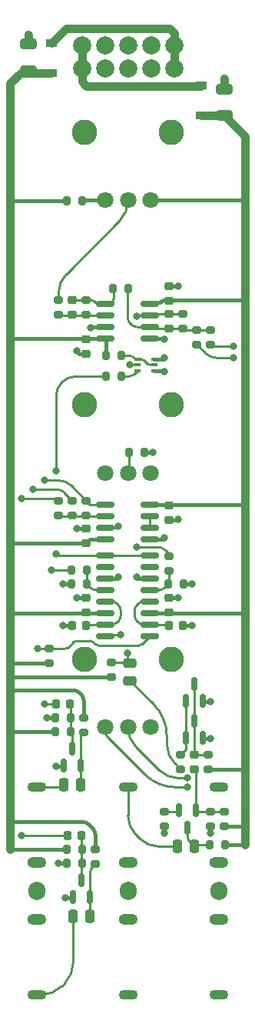
<source format=gbr>
G04 #@! TF.GenerationSoftware,KiCad,Pcbnew,(6.0.0)*
G04 #@! TF.CreationDate,2022-01-12T09:15:57-08:00*
G04 #@! TF.ProjectId,VCF,5643462e-6b69-4636-9164-5f7063625858,rev?*
G04 #@! TF.SameCoordinates,Original*
G04 #@! TF.FileFunction,Copper,L1,Top*
G04 #@! TF.FilePolarity,Positive*
%FSLAX46Y46*%
G04 Gerber Fmt 4.6, Leading zero omitted, Abs format (unit mm)*
G04 Created by KiCad (PCBNEW (6.0.0)) date 2022-01-12 09:15:57*
%MOMM*%
%LPD*%
G01*
G04 APERTURE LIST*
G04 Aperture macros list*
%AMRoundRect*
0 Rectangle with rounded corners*
0 $1 Rounding radius*
0 $2 $3 $4 $5 $6 $7 $8 $9 X,Y pos of 4 corners*
0 Add a 4 corners polygon primitive as box body*
4,1,4,$2,$3,$4,$5,$6,$7,$8,$9,$2,$3,0*
0 Add four circle primitives for the rounded corners*
1,1,$1+$1,$2,$3*
1,1,$1+$1,$4,$5*
1,1,$1+$1,$6,$7*
1,1,$1+$1,$8,$9*
0 Add four rect primitives between the rounded corners*
20,1,$1+$1,$2,$3,$4,$5,0*
20,1,$1+$1,$4,$5,$6,$7,0*
20,1,$1+$1,$6,$7,$8,$9,0*
20,1,$1+$1,$8,$9,$2,$3,0*%
G04 Aperture macros list end*
G04 #@! TA.AperFunction,SMDPad,CuDef*
%ADD10RoundRect,0.200000X-0.275000X0.200000X-0.275000X-0.200000X0.275000X-0.200000X0.275000X0.200000X0*%
G04 #@! TD*
G04 #@! TA.AperFunction,ComponentPad*
%ADD11C,2.000000*%
G04 #@! TD*
G04 #@! TA.AperFunction,SMDPad,CuDef*
%ADD12RoundRect,0.200000X-0.200000X-0.275000X0.200000X-0.275000X0.200000X0.275000X-0.200000X0.275000X0*%
G04 #@! TD*
G04 #@! TA.AperFunction,SMDPad,CuDef*
%ADD13RoundRect,0.225000X-0.250000X0.225000X-0.250000X-0.225000X0.250000X-0.225000X0.250000X0.225000X0*%
G04 #@! TD*
G04 #@! TA.AperFunction,SMDPad,CuDef*
%ADD14RoundRect,0.225000X0.250000X-0.225000X0.250000X0.225000X-0.250000X0.225000X-0.250000X-0.225000X0*%
G04 #@! TD*
G04 #@! TA.AperFunction,SMDPad,CuDef*
%ADD15R,1.200000X0.900000*%
G04 #@! TD*
G04 #@! TA.AperFunction,SMDPad,CuDef*
%ADD16RoundRect,0.200000X0.275000X-0.200000X0.275000X0.200000X-0.275000X0.200000X-0.275000X-0.200000X0*%
G04 #@! TD*
G04 #@! TA.AperFunction,SMDPad,CuDef*
%ADD17RoundRect,0.150000X-0.825000X-0.150000X0.825000X-0.150000X0.825000X0.150000X-0.825000X0.150000X0*%
G04 #@! TD*
G04 #@! TA.AperFunction,SMDPad,CuDef*
%ADD18RoundRect,0.200000X0.200000X0.275000X-0.200000X0.275000X-0.200000X-0.275000X0.200000X-0.275000X0*%
G04 #@! TD*
G04 #@! TA.AperFunction,SMDPad,CuDef*
%ADD19RoundRect,0.250000X-0.250000X-0.475000X0.250000X-0.475000X0.250000X0.475000X-0.250000X0.475000X0*%
G04 #@! TD*
G04 #@! TA.AperFunction,SMDPad,CuDef*
%ADD20RoundRect,0.150000X0.150000X-0.587500X0.150000X0.587500X-0.150000X0.587500X-0.150000X-0.587500X0*%
G04 #@! TD*
G04 #@! TA.AperFunction,SMDPad,CuDef*
%ADD21RoundRect,0.225000X0.225000X0.250000X-0.225000X0.250000X-0.225000X-0.250000X0.225000X-0.250000X0*%
G04 #@! TD*
G04 #@! TA.AperFunction,SMDPad,CuDef*
%ADD22RoundRect,0.250000X0.650000X-0.325000X0.650000X0.325000X-0.650000X0.325000X-0.650000X-0.325000X0*%
G04 #@! TD*
G04 #@! TA.AperFunction,SMDPad,CuDef*
%ADD23RoundRect,0.250000X-0.650000X0.325000X-0.650000X-0.325000X0.650000X-0.325000X0.650000X0.325000X0*%
G04 #@! TD*
G04 #@! TA.AperFunction,SMDPad,CuDef*
%ADD24RoundRect,0.250000X0.475000X-0.250000X0.475000X0.250000X-0.475000X0.250000X-0.475000X-0.250000X0*%
G04 #@! TD*
G04 #@! TA.AperFunction,SMDPad,CuDef*
%ADD25RoundRect,0.150000X-0.150000X0.587500X-0.150000X-0.587500X0.150000X-0.587500X0.150000X0.587500X0*%
G04 #@! TD*
G04 #@! TA.AperFunction,SMDPad,CuDef*
%ADD26RoundRect,0.225000X-0.225000X-0.250000X0.225000X-0.250000X0.225000X0.250000X-0.225000X0.250000X0*%
G04 #@! TD*
G04 #@! TA.AperFunction,SMDPad,CuDef*
%ADD27R,0.650000X0.400000*%
G04 #@! TD*
G04 #@! TA.AperFunction,ComponentPad*
%ADD28O,1.900000X2.000000*%
G04 #@! TD*
G04 #@! TA.AperFunction,ComponentPad*
%ADD29O,2.100000X1.100000*%
G04 #@! TD*
G04 #@! TA.AperFunction,ComponentPad*
%ADD30O,2.100000X1.200000*%
G04 #@! TD*
G04 #@! TA.AperFunction,ComponentPad*
%ADD31C,2.800000*%
G04 #@! TD*
G04 #@! TA.AperFunction,ComponentPad*
%ADD32C,1.800000*%
G04 #@! TD*
G04 #@! TA.AperFunction,ViaPad*
%ADD33C,0.900000*%
G04 #@! TD*
G04 #@! TA.AperFunction,ViaPad*
%ADD34C,0.800000*%
G04 #@! TD*
G04 #@! TA.AperFunction,Conductor*
%ADD35C,0.250000*%
G04 #@! TD*
G04 #@! TA.AperFunction,Conductor*
%ADD36C,0.400000*%
G04 #@! TD*
G04 #@! TA.AperFunction,Conductor*
%ADD37C,0.900000*%
G04 #@! TD*
G04 APERTURE END LIST*
D10*
X9398000Y78549000D03*
X9398000Y76899000D03*
D11*
X19080000Y106520000D03*
X19080000Y103980000D03*
X16540000Y106520000D03*
X16540000Y103980000D03*
X14000000Y106520000D03*
X14000000Y103980000D03*
X11460000Y106520000D03*
X11460000Y103980000D03*
X8920000Y106520000D03*
X8920000Y103980000D03*
D12*
X14161000Y61722000D03*
X15811000Y61722000D03*
D13*
X18542000Y76975000D03*
X18542000Y75425000D03*
D14*
X21336000Y26911000D03*
X21336000Y28461000D03*
D10*
X23114000Y75247000D03*
X23114000Y73597000D03*
D12*
X6033000Y32512000D03*
X7683000Y32512000D03*
D10*
X19812000Y28511000D03*
X19812000Y26861000D03*
D15*
X22098000Y98808000D03*
X22098000Y102108000D03*
D16*
X10414000Y16447000D03*
X10414000Y18097000D03*
D17*
X11495000Y50419000D03*
X11495000Y49149000D03*
X11495000Y47879000D03*
X11495000Y46609000D03*
X11495000Y45339000D03*
X11495000Y44069000D03*
X11495000Y42799000D03*
X11495000Y41529000D03*
X16445000Y41529000D03*
X16445000Y42799000D03*
X16445000Y44069000D03*
X16445000Y45339000D03*
X16445000Y46609000D03*
X16445000Y47879000D03*
X16445000Y49149000D03*
X16445000Y50419000D03*
D18*
X9461000Y47244000D03*
X7811000Y47244000D03*
D19*
X6924000Y25146000D03*
X8824000Y25146000D03*
X19436000Y18366500D03*
X21336000Y18366500D03*
D18*
X13271000Y72390000D03*
X11621000Y72390000D03*
D16*
X7874000Y54801000D03*
X7874000Y56451000D03*
D13*
X7874000Y78499000D03*
X7874000Y76949000D03*
D14*
X18542000Y78473000D03*
X18542000Y80023000D03*
D17*
X16445000Y56007000D03*
X16445000Y54737000D03*
X16445000Y53467000D03*
X16445000Y52197000D03*
X11495000Y52197000D03*
X11495000Y53467000D03*
X11495000Y54737000D03*
X11495000Y56007000D03*
D18*
X13271000Y70104000D03*
X11621000Y70104000D03*
D20*
X20386000Y30304500D03*
X22286000Y30304500D03*
X21336000Y32179500D03*
D18*
X14033000Y79756000D03*
X12383000Y79756000D03*
D16*
X21590000Y73597000D03*
X21590000Y75247000D03*
X24638000Y20589500D03*
X24638000Y22239500D03*
D21*
X20079000Y42672000D03*
X18529000Y42672000D03*
D16*
X6350000Y54801000D03*
X6350000Y56451000D03*
D21*
X8903000Y19558000D03*
X7353000Y19558000D03*
D17*
X16445000Y78105000D03*
X16445000Y76835000D03*
X16445000Y75565000D03*
X16445000Y74295000D03*
X11495000Y74295000D03*
X11495000Y75565000D03*
X11495000Y76835000D03*
X11495000Y78105000D03*
D18*
X7683000Y30988000D03*
X6033000Y30988000D03*
D22*
X24638000Y98806000D03*
X24638000Y101756000D03*
D10*
X9398000Y56451000D03*
X9398000Y54801000D03*
D12*
X18479000Y47244000D03*
X20129000Y47244000D03*
D21*
X6083000Y34036000D03*
X7633000Y34036000D03*
D10*
X18542000Y50355000D03*
X18542000Y48705000D03*
D20*
X7940000Y12778500D03*
X9840000Y12778500D03*
X8890000Y14653500D03*
D13*
X9398000Y53353000D03*
X9398000Y51803000D03*
D20*
X20386000Y34368500D03*
X22286000Y34368500D03*
X21336000Y36243500D03*
D23*
X3048000Y106680000D03*
X3048000Y103730000D03*
D14*
X9398000Y72631000D03*
X9398000Y74181000D03*
D18*
X23051000Y18542000D03*
X24701000Y18542000D03*
D24*
X14224000Y36642000D03*
X14224000Y38542000D03*
D16*
X12192000Y37021000D03*
X12192000Y38671000D03*
D25*
X21524000Y22352000D03*
X19624000Y22352000D03*
X20574000Y20477000D03*
D16*
X22860000Y28511000D03*
X22860000Y26861000D03*
D13*
X9398000Y45733000D03*
X9398000Y44183000D03*
D10*
X20066000Y77025000D03*
X20066000Y75375000D03*
D26*
X7861000Y42672000D03*
X9411000Y42672000D03*
D19*
X7940000Y10668000D03*
X9840000Y10668000D03*
D16*
X9144000Y30925000D03*
X9144000Y32575000D03*
D15*
X5588000Y106806000D03*
X5588000Y103506000D03*
D18*
X8953000Y18034000D03*
X7303000Y18034000D03*
D14*
X18542000Y44183000D03*
X18542000Y45733000D03*
D10*
X23114000Y20589500D03*
X23114000Y22239500D03*
D12*
X7303000Y16510000D03*
X8953000Y16510000D03*
D13*
X18542000Y55893000D03*
X18542000Y54343000D03*
D10*
X18034000Y22239500D03*
X18034000Y20589500D03*
D16*
X6350000Y76899000D03*
X6350000Y78549000D03*
D27*
X15052000Y72024000D03*
X15052000Y71374000D03*
X15052000Y70724000D03*
X16952000Y70724000D03*
X16952000Y71374000D03*
X16952000Y72024000D03*
D20*
X6924000Y27256500D03*
X8824000Y27256500D03*
X7874000Y29131500D03*
D12*
X7811000Y48768000D03*
X9461000Y48768000D03*
X7303000Y89408000D03*
X8953000Y89408000D03*
D16*
X5334000Y38545000D03*
X5334000Y40195000D03*
D28*
X24000000Y13500500D03*
D29*
X24000000Y2080000D03*
D30*
X24000000Y10380000D03*
D28*
X24000000Y13499500D03*
D29*
X24000000Y24920000D03*
D30*
X24000000Y16620000D03*
D28*
X14000000Y13500500D03*
D29*
X14000000Y2080000D03*
D30*
X14000000Y10380000D03*
X4000000Y16620000D03*
D29*
X4000000Y24920000D03*
D28*
X4000000Y13499500D03*
X4000000Y13500500D03*
D29*
X4000000Y2080000D03*
D30*
X4000000Y10380000D03*
D31*
X18800000Y96998000D03*
X9200000Y96998000D03*
D32*
X16500000Y89498000D03*
X14000000Y89498000D03*
X11500000Y89498000D03*
D28*
X14000000Y13499500D03*
D29*
X14000000Y24920000D03*
D30*
X14000000Y16620000D03*
D32*
X11500000Y31498000D03*
X14000000Y31498000D03*
X16500000Y31498000D03*
D31*
X18800000Y38998000D03*
X9200000Y38998000D03*
D32*
X11500000Y59475500D03*
X14000000Y59475500D03*
X16500000Y59475500D03*
D31*
X9200000Y66975500D03*
X18800000Y66975500D03*
D33*
X3048000Y107696000D03*
X24638000Y102870000D03*
D34*
X6096000Y27178000D03*
X7112000Y12700000D03*
X6350000Y16510000D03*
X2286000Y19558000D03*
X5080000Y32512000D03*
X4826000Y34036000D03*
X4064000Y40132000D03*
X5588000Y48768000D03*
X25654000Y73406000D03*
X25654000Y72136000D03*
X20574000Y25908000D03*
X20574000Y24892000D03*
X18034000Y19812000D03*
X23114000Y19812000D03*
X13970000Y39624000D03*
X23114000Y30226000D03*
X23114000Y34290000D03*
X16764000Y61722000D03*
X18034000Y52324000D03*
X8382000Y53340000D03*
X9906000Y75438000D03*
X6858000Y47244000D03*
X18034000Y70612000D03*
X6858000Y42672000D03*
X18034000Y72136000D03*
X21082000Y47244000D03*
X8382000Y45720000D03*
X8382000Y72898000D03*
X18034000Y74168000D03*
X19558000Y80010000D03*
X19558000Y54356000D03*
X19558000Y45720000D03*
X14986000Y48006000D03*
X21082000Y42672000D03*
X12954000Y48006000D03*
X2286000Y56642000D03*
X12954000Y53594000D03*
X6096000Y50546000D03*
X6096000Y59690000D03*
X3556000Y57658000D03*
X4826000Y58674000D03*
X13208000Y41656000D03*
X14986000Y51308000D03*
X14986000Y76708000D03*
X14224000Y71374000D03*
D35*
X10132893Y16165893D02*
G75*
G03*
X9840000Y15458786I707106J-707106D01*
G01*
X20574001Y19542714D02*
G75*
G03*
X20866894Y18835608I999993J-3D01*
G01*
X8194427Y70103999D02*
G75*
G03*
X6780215Y69518213I0J-1999999D01*
G01*
X6096001Y68005573D02*
G75*
G02*
X6681788Y69419786I1999999J0D01*
G01*
X14000000Y89410641D02*
G75*
G02*
X13121321Y87289321I-2999998J-1D01*
G01*
X6350001Y79275359D02*
G75*
G02*
X7228681Y81396679I2999993J3D01*
G01*
X7228680Y81396680D02*
X13121321Y87289321D01*
X6350000Y78549000D02*
X6350000Y79275359D01*
X14000000Y89410641D02*
X14000000Y89498000D01*
X13970001Y76614214D02*
G75*
G03*
X14262894Y75907108I999993J-3D01*
G01*
X15019214Y75565001D02*
G75*
G02*
X14312108Y75857894I-3J999993D01*
G01*
X9889893Y78548999D02*
G75*
G02*
X10243446Y78402554I0J-500001D01*
G01*
X10748107Y78105000D02*
G75*
G02*
X10394553Y78251447I-1J499997D01*
G01*
X12211447Y78251447D02*
G75*
G02*
X11857893Y78105000I-353553J353550D01*
G01*
X12299554Y78339554D02*
G75*
G03*
X12446000Y78693107I-353556J353553D01*
G01*
D36*
X17191893Y78105000D02*
G75*
G03*
X17545447Y78251447I1J499997D01*
G01*
X17633554Y78339554D02*
G75*
G02*
X17987107Y78486000I353553J-353556D01*
G01*
D35*
X23879427Y72136001D02*
G75*
G02*
X22465214Y72721788I0J1999999D01*
G01*
X14017786Y70104001D02*
G75*
G03*
X14724892Y70396894I3J999993D01*
G01*
X14770893Y72097107D02*
G75*
G03*
X14063786Y72390000I-707106J-707106D01*
G01*
X15752446Y71877554D02*
G75*
G03*
X15398893Y72024000I-353553J-353556D01*
G01*
X16109553Y71520447D02*
G75*
G03*
X16463107Y71374000I353553J353550D01*
G01*
X18072893Y51015107D02*
G75*
G03*
X17365786Y51308000I-707106J-707106D01*
G01*
X18136893Y46901893D02*
G75*
G02*
X17429786Y46609000I-707106J707106D01*
G01*
X9803107Y46901893D02*
G75*
G03*
X10510214Y46609000I707106J707106D01*
G01*
X14732001Y43848214D02*
G75*
G03*
X15024894Y43141108I999993J-3D01*
G01*
X15781214Y42799001D02*
G75*
G02*
X15074108Y43091894I-3J999993D01*
G01*
X14732001Y44289786D02*
G75*
G02*
X15024894Y44996892I999993J3D01*
G01*
X15074107Y45046107D02*
G75*
G02*
X15781214Y45339000I707106J-707106D01*
G01*
X12158786Y45338999D02*
G75*
G02*
X12865892Y45046106I3J-999993D01*
G01*
X12915107Y44996893D02*
G75*
G02*
X13208000Y44289786I-707106J-707106D01*
G01*
X12915107Y43141107D02*
G75*
G03*
X13208000Y43848214I-707106J707106D01*
G01*
X12865893Y43091893D02*
G75*
G02*
X12158786Y42799000I-707106J707106D01*
G01*
X7385446Y40278446D02*
G75*
G02*
X7031893Y40132000I-353553J353556D01*
G01*
X5271000Y40132000D02*
X5334000Y40195000D01*
X4064000Y40132000D02*
X5271000Y40132000D01*
X5397000Y40132000D02*
X5334000Y40195000D01*
X7031893Y40132000D02*
X5397000Y40132000D01*
X7981554Y40874554D02*
X7385446Y40278446D01*
X10394554Y40659446D02*
X10179447Y40874553D01*
X9825893Y41021000D02*
X8335107Y41021000D01*
X16445000Y41529000D02*
X15575447Y40659447D01*
X7981554Y40874554D02*
G75*
G02*
X8335107Y41021000I353553J-353556D01*
G01*
X9825893Y41021000D02*
G75*
G02*
X10179447Y40874553I1J-499997D01*
G01*
X15221893Y40513000D02*
X10748107Y40513000D01*
X15221893Y40513000D02*
G75*
G03*
X15575447Y40659447I1J499997D01*
G01*
X10394554Y40659446D02*
G75*
G03*
X10748107Y40513000I353553J353556D01*
G01*
D36*
X7967786Y35559999D02*
G75*
G02*
X8674892Y35267106I3J-999993D01*
G01*
X9143999Y34383786D02*
G75*
G03*
X8851106Y35090892I-999993J3D01*
G01*
X10121107Y20358893D02*
G75*
G02*
X10414000Y19651786I-707106J-707106D01*
G01*
X9690893Y20789107D02*
G75*
G03*
X8983786Y21082000I-707106J-707106D01*
G01*
D35*
X18288000Y30506932D02*
G75*
G03*
X16823534Y34042466I-4999998J1D01*
G01*
X19166679Y27506321D02*
G75*
G02*
X18288000Y29627641I2121319J2121319D01*
G01*
X16823534Y34042466D02*
X14224000Y36642000D01*
X19812000Y26861000D02*
X19166679Y27506321D01*
X18288000Y29627641D02*
X18288000Y30506932D01*
X11500001Y31078214D02*
G75*
G03*
X11792894Y30371108I999993J-3D01*
G01*
X15807534Y26356466D02*
G75*
G03*
X19343068Y24892000I3535533J3535532D01*
G01*
X11500000Y31078214D02*
X11500000Y31498000D01*
X15807534Y26356466D02*
X11792893Y30371107D01*
X20574000Y24892000D02*
X19343068Y24892000D01*
X17438528Y26786680D02*
G75*
G03*
X19559849Y25908000I2121323J2121325D01*
G01*
X14878679Y29346529D02*
G75*
G02*
X14000000Y31467849I2121319J2121319D01*
G01*
X14000000Y31467849D02*
X14000000Y31498000D01*
X20574000Y25908000D02*
X19559849Y25908000D01*
X17438528Y26786680D02*
X14878679Y29346529D01*
X15298820Y19245180D02*
G75*
G03*
X17420141Y18366500I2121323J2121325D01*
G01*
X14878679Y19665321D02*
G75*
G02*
X14000000Y21786641I2121319J2121319D01*
G01*
X14000000Y21786641D02*
X14000000Y24920000D01*
X15298820Y19245180D02*
X14878679Y19665321D01*
X19436000Y18366500D02*
X17420141Y18366500D01*
X7940000Y5494641D02*
G75*
G02*
X7061321Y3373321I-2999998J-1D01*
G01*
X4525359Y2080001D02*
G75*
G03*
X6646679Y2958681I3J2999993D01*
G01*
X4000000Y2080000D02*
X4525359Y2080000D01*
X6646680Y2958680D02*
X7061321Y3373321D01*
X7940000Y5494641D02*
X7940000Y10668000D01*
X6346573Y58673999D02*
G75*
G02*
X7760786Y58088212I0J-1999999D01*
G01*
X6959893Y57365107D02*
G75*
G03*
X6252786Y57658000I-707106J-707106D01*
G01*
X7683000Y33986000D02*
X7633000Y34036000D01*
X7683000Y32512000D02*
X7683000Y33986000D01*
X7683000Y30988000D02*
X7683000Y32512000D01*
X7874000Y30797000D02*
X7683000Y30988000D01*
X7874000Y29131500D02*
X7874000Y30797000D01*
X20016000Y76975000D02*
X20066000Y77025000D01*
X18542000Y76975000D02*
X20016000Y76975000D01*
X21590000Y75247000D02*
X23114000Y75247000D01*
X21590000Y75247000D02*
X20194000Y75247000D01*
X20194000Y75247000D02*
X20066000Y75375000D01*
X20016000Y75425000D02*
X20066000Y75375000D01*
X18542000Y75425000D02*
X20016000Y75425000D01*
X16585000Y75425000D02*
X16445000Y75565000D01*
X18542000Y75425000D02*
X16585000Y75425000D01*
X16585000Y76975000D02*
X16445000Y76835000D01*
X18542000Y76975000D02*
X16585000Y76975000D01*
D37*
X3048000Y106680000D02*
X3048000Y107696000D01*
X24638000Y101756000D02*
X24638000Y102870000D01*
D36*
X6845500Y27178000D02*
X6096000Y27178000D01*
X6924000Y27256500D02*
X6845500Y27178000D01*
X7940000Y12778500D02*
X7861500Y12700000D01*
X7861500Y12700000D02*
X7112000Y12700000D01*
D35*
X9840000Y10668000D02*
X9840000Y12778500D01*
X10132893Y16165893D02*
X10414000Y16447000D01*
X9840000Y12778500D02*
X9840000Y15458786D01*
X8890000Y19545000D02*
X8903000Y19558000D01*
X8890000Y14653500D02*
X8890000Y19545000D01*
D36*
X7303000Y16510000D02*
X6350000Y16510000D01*
D37*
X1016000Y20828000D02*
X1016000Y18034000D01*
D36*
X7303000Y18034000D02*
X1016000Y18034000D01*
D37*
X1016000Y30734000D02*
X1016000Y20828000D01*
D36*
X10121107Y20358893D02*
X9690893Y20789107D01*
X10414000Y18097000D02*
X10414000Y19651786D01*
X8983786Y21082000D02*
X1270000Y21082000D01*
X1270000Y21082000D02*
X1016000Y20828000D01*
D35*
X7353000Y19558000D02*
X2286000Y19558000D01*
D36*
X6033000Y32512000D02*
X5080000Y32512000D01*
X6033000Y30988000D02*
X1270000Y30988000D01*
X1270000Y30988000D02*
X1016000Y30734000D01*
D37*
X1016000Y35306000D02*
X1016000Y30734000D01*
D35*
X6698000Y24920000D02*
X4000000Y24920000D01*
X6924000Y25146000D02*
X6698000Y24920000D01*
X8824000Y30605000D02*
X9144000Y30925000D01*
X8824000Y27256500D02*
X8824000Y30605000D01*
X8824000Y27256500D02*
X8824000Y25146000D01*
D36*
X5334000Y38545000D02*
X1207000Y38545000D01*
X1207000Y38545000D02*
X1016000Y38354000D01*
X12192000Y37021000D02*
X1079000Y37021000D01*
D37*
X1016000Y37084000D02*
X1016000Y35306000D01*
D36*
X1079000Y37021000D02*
X1016000Y37084000D01*
X7967786Y35560000D02*
X1270000Y35560000D01*
X8851107Y35090893D02*
X8674893Y35267107D01*
X1270000Y35560000D02*
X1016000Y35306000D01*
X9144000Y32575000D02*
X9144000Y34383786D01*
D35*
X4826000Y34036000D02*
X6083000Y34036000D01*
X7811000Y48768000D02*
X5588000Y48768000D01*
X23305000Y73406000D02*
X25654000Y73406000D01*
X23114000Y73597000D02*
X23305000Y73406000D01*
X22465213Y72721787D02*
X21590000Y73597000D01*
X25654000Y72136000D02*
X23879427Y72136000D01*
X21524000Y22352000D02*
X21524000Y26723000D01*
X21524000Y26723000D02*
X21336000Y26911000D01*
X18034000Y22239500D02*
X19511500Y22239500D01*
X19511500Y22239500D02*
X19624000Y22352000D01*
D36*
X24701000Y18542000D02*
X26924000Y18542000D01*
D37*
X26924000Y20574000D02*
X26924000Y18542000D01*
D36*
X24638000Y20589500D02*
X26908500Y20589500D01*
D37*
X26924000Y27178000D02*
X26924000Y20574000D01*
D36*
X26908500Y20589500D02*
X26924000Y20574000D01*
D35*
X23114000Y22239500D02*
X21636500Y22239500D01*
X21636500Y22239500D02*
X21524000Y22352000D01*
X24638000Y22239500D02*
X23114000Y22239500D01*
X20866893Y18835607D02*
X21336000Y18366500D01*
X20574000Y20477000D02*
X20574000Y19542714D01*
X23051000Y18542000D02*
X21511500Y18542000D01*
X21511500Y18542000D02*
X21336000Y18366500D01*
D36*
X18034000Y20589500D02*
X18034000Y19812000D01*
X23114000Y20589500D02*
X23114000Y19812000D01*
X26607000Y26861000D02*
X26924000Y27178000D01*
X22860000Y26861000D02*
X26607000Y26861000D01*
D37*
X26924000Y44196000D02*
X26924000Y27178000D01*
D35*
X20386000Y29085000D02*
X19812000Y28511000D01*
X20386000Y30304500D02*
X20386000Y29085000D01*
X21336000Y28461000D02*
X22810000Y28461000D01*
X22810000Y28461000D02*
X22860000Y28511000D01*
X21336000Y32179500D02*
X21336000Y28461000D01*
X12192000Y38671000D02*
X14095000Y38671000D01*
X13970000Y38796000D02*
X14224000Y38542000D01*
X13970000Y39624000D02*
X13970000Y38796000D01*
D36*
X22364500Y30226000D02*
X23114000Y30226000D01*
X22286000Y30304500D02*
X22364500Y30226000D01*
X22364500Y34290000D02*
X23114000Y34290000D01*
X22286000Y34368500D02*
X22364500Y34290000D01*
D35*
X20386000Y34368500D02*
X20386000Y30304500D01*
X21336000Y36243500D02*
X21336000Y32179500D01*
D36*
X20129000Y47244000D02*
X21082000Y47244000D01*
X10033000Y75565000D02*
X9906000Y75438000D01*
X8649000Y72631000D02*
X8382000Y72898000D01*
X18542000Y80023000D02*
X19545000Y80023000D01*
X7811000Y47244000D02*
X6858000Y47244000D01*
X16445000Y52197000D02*
X17907000Y52197000D01*
X17922000Y72024000D02*
X18034000Y72136000D01*
X11495000Y75565000D02*
X10033000Y75565000D01*
X17907000Y74295000D02*
X18034000Y74168000D01*
X16445000Y74295000D02*
X17907000Y74295000D01*
X17922000Y70724000D02*
X18034000Y70612000D01*
X20079000Y42672000D02*
X21082000Y42672000D01*
X17907000Y52197000D02*
X18034000Y52324000D01*
X15811000Y61722000D02*
X16764000Y61722000D01*
X8395000Y45733000D02*
X8382000Y45720000D01*
X18542000Y45733000D02*
X19545000Y45733000D01*
X15113000Y47879000D02*
X14986000Y48006000D01*
X8395000Y53353000D02*
X8382000Y53340000D01*
X9398000Y72631000D02*
X8649000Y72631000D01*
X18542000Y54343000D02*
X19545000Y54343000D01*
X12827000Y47879000D02*
X12954000Y48006000D01*
X9398000Y53353000D02*
X8395000Y53353000D01*
X9398000Y45733000D02*
X8395000Y45733000D01*
X16445000Y47879000D02*
X15113000Y47879000D01*
X11495000Y47879000D02*
X12827000Y47879000D01*
X19545000Y54343000D02*
X19558000Y54356000D01*
X19545000Y80023000D02*
X19558000Y80010000D01*
X7861000Y42672000D02*
X6858000Y42672000D01*
X16952000Y72024000D02*
X17922000Y72024000D01*
X19545000Y45733000D02*
X19558000Y45720000D01*
X16952000Y70724000D02*
X17922000Y70724000D01*
X16445000Y44069000D02*
X26797000Y44069000D01*
X26797000Y44069000D02*
X26924000Y44196000D01*
D37*
X26924000Y78486000D02*
X26924000Y55880000D01*
X24638000Y98806000D02*
X26924000Y96520000D01*
X26924000Y55880000D02*
X26924000Y44196000D01*
D36*
X26797000Y56007000D02*
X26924000Y55880000D01*
X16500000Y89498000D02*
X26834000Y89498000D01*
X16445000Y56007000D02*
X26797000Y56007000D01*
D37*
X22098000Y98808000D02*
X24636000Y98808000D01*
D36*
X17545447Y78251447D02*
X17633554Y78339554D01*
D37*
X26924000Y96520000D02*
X26924000Y89408000D01*
X26924000Y89408000D02*
X26924000Y78486000D01*
D36*
X16445000Y78105000D02*
X17191893Y78105000D01*
X17987107Y78486000D02*
X26924000Y78486000D01*
D37*
X24636000Y98808000D02*
X24638000Y98806000D01*
D36*
X26834000Y89498000D02*
X26924000Y89408000D01*
X9398000Y51803000D02*
X1029000Y51803000D01*
X11495000Y74295000D02*
X1143000Y74295000D01*
D37*
X1016000Y89154000D02*
X1016000Y74168000D01*
D36*
X9792000Y52197000D02*
X11495000Y52197000D01*
D37*
X1016000Y51816000D02*
X1016000Y37084000D01*
D36*
X1397000Y44069000D02*
X11495000Y44069000D01*
X1029000Y51803000D02*
X1016000Y51816000D01*
D37*
X1016000Y102362000D02*
X1016000Y89154000D01*
D36*
X1143000Y74295000D02*
X1016000Y74168000D01*
X7303000Y89408000D02*
X1270000Y89408000D01*
X9398000Y51803000D02*
X9792000Y52197000D01*
X11621000Y74169000D02*
X11495000Y74295000D01*
X11621000Y72390000D02*
X11621000Y74169000D01*
D37*
X5588000Y103506000D02*
X2160000Y103506000D01*
X1016000Y74168000D02*
X1016000Y51816000D01*
D36*
X1270000Y89408000D02*
X1016000Y89154000D01*
D37*
X2160000Y103506000D02*
X1016000Y102362000D01*
X9405298Y102080489D02*
X8920000Y102565787D01*
X22098000Y102108000D02*
X22070489Y102080489D01*
X22070489Y102080489D02*
X9405298Y102080489D01*
X8920000Y103980000D02*
X8920000Y106520000D01*
X8920000Y102565787D02*
X8920000Y103980000D01*
D35*
X6350000Y56451000D02*
X6159000Y56642000D01*
X6159000Y56642000D02*
X2286000Y56642000D01*
X11495000Y78105000D02*
X11857893Y78105000D01*
X12446000Y79693000D02*
X12383000Y79756000D01*
X12211447Y78251447D02*
X12299554Y78339554D01*
X10394553Y78251447D02*
X10243446Y78402554D01*
X7874000Y78499000D02*
X9348000Y78499000D01*
X12446000Y78693107D02*
X12446000Y79693000D01*
X9348000Y78499000D02*
X9398000Y78549000D01*
X9889893Y78549000D02*
X9398000Y78549000D01*
X11495000Y78105000D02*
X10748107Y78105000D01*
X11495000Y46609000D02*
X10510214Y46609000D01*
X9803107Y46901893D02*
X9461000Y47244000D01*
X9461000Y47244000D02*
X9461000Y48768000D01*
X12954000Y53594000D02*
X12827000Y53467000D01*
X14161000Y59636500D02*
X14000000Y59475500D01*
X12827000Y53467000D02*
X11495000Y53467000D01*
X14161000Y61722000D02*
X14161000Y59636500D01*
X11495000Y45339000D02*
X12158786Y45339000D01*
X11495000Y42799000D02*
X9538000Y42799000D01*
X12865893Y43091893D02*
X12915107Y43141107D01*
X12865893Y45046107D02*
X12915107Y44996893D01*
X13208000Y43848214D02*
X13208000Y44289786D01*
X9538000Y42799000D02*
X9411000Y42672000D01*
X11495000Y42799000D02*
X12158786Y42799000D01*
X16445000Y42799000D02*
X18402000Y42799000D01*
X14732000Y43848214D02*
X14732000Y44289786D01*
X18402000Y42799000D02*
X18529000Y42672000D01*
X15781214Y45339000D02*
X16445000Y45339000D01*
X15024893Y44996893D02*
X15074107Y45046107D01*
X15074107Y43091893D02*
X15024893Y43141107D01*
X16445000Y42799000D02*
X15781214Y42799000D01*
D37*
X19080000Y107934213D02*
X18594702Y108419511D01*
X18594702Y108419511D02*
X7201511Y108419511D01*
X7201511Y108419511D02*
X5588000Y106806000D01*
X19080000Y106520000D02*
X19080000Y107934213D01*
X19080000Y103980000D02*
X19080000Y106520000D01*
D35*
X14017786Y70104000D02*
X13271000Y70104000D01*
X15052000Y70724000D02*
X14724893Y70396893D01*
X11495000Y54737000D02*
X6414000Y54737000D01*
X6414000Y54737000D02*
X6350000Y54801000D01*
X18542000Y47307000D02*
X18479000Y47244000D01*
X16445000Y46609000D02*
X17429786Y46609000D01*
X18136893Y46901893D02*
X18479000Y47244000D01*
X18542000Y48705000D02*
X18542000Y47307000D01*
X6223000Y50419000D02*
X6096000Y50546000D01*
X6096000Y59690000D02*
X6096000Y68005573D01*
X8194427Y70104000D02*
X11621000Y70104000D01*
X6681787Y69419787D02*
X6780214Y69518214D01*
X16445000Y50419000D02*
X11495000Y50419000D01*
X11495000Y50419000D02*
X6223000Y50419000D01*
X3556000Y57658000D02*
X6252786Y57658000D01*
X6959893Y57365107D02*
X7874000Y56451000D01*
X7760787Y58088213D02*
X9398000Y56451000D01*
X9842000Y56007000D02*
X9398000Y56451000D01*
X11495000Y56007000D02*
X9842000Y56007000D01*
X4826000Y58674000D02*
X6346573Y58674000D01*
X11622000Y41656000D02*
X13208000Y41656000D01*
X18542000Y50355000D02*
X18542000Y50546000D01*
X17365786Y51308000D02*
X14986000Y51308000D01*
X18542000Y50546000D02*
X18072893Y51015107D01*
X11495000Y41529000D02*
X11622000Y41656000D01*
X14844000Y72024000D02*
X14770893Y72097107D01*
X15052000Y72024000D02*
X14844000Y72024000D01*
X16952000Y71374000D02*
X16463107Y71374000D01*
X14063786Y72390000D02*
X13271000Y72390000D01*
X16109553Y71520447D02*
X15752446Y71877554D01*
X15398893Y72024000D02*
X15052000Y72024000D01*
X9043000Y89498000D02*
X8953000Y89408000D01*
D36*
X11500000Y89498000D02*
X9043000Y89498000D01*
D35*
X11495000Y76835000D02*
X6414000Y76835000D01*
X6414000Y76835000D02*
X6350000Y76899000D01*
X15052000Y71374000D02*
X14224000Y71374000D01*
X14986000Y76708000D02*
X15113000Y76835000D01*
X15113000Y76835000D02*
X16445000Y76835000D01*
X13970000Y79693000D02*
X14033000Y79756000D01*
X14312107Y75857893D02*
X14262893Y75907107D01*
X16445000Y75565000D02*
X15019214Y75565000D01*
X13970000Y76614214D02*
X13970000Y79693000D01*
X16445000Y54737000D02*
X16445000Y53467000D01*
M02*

</source>
